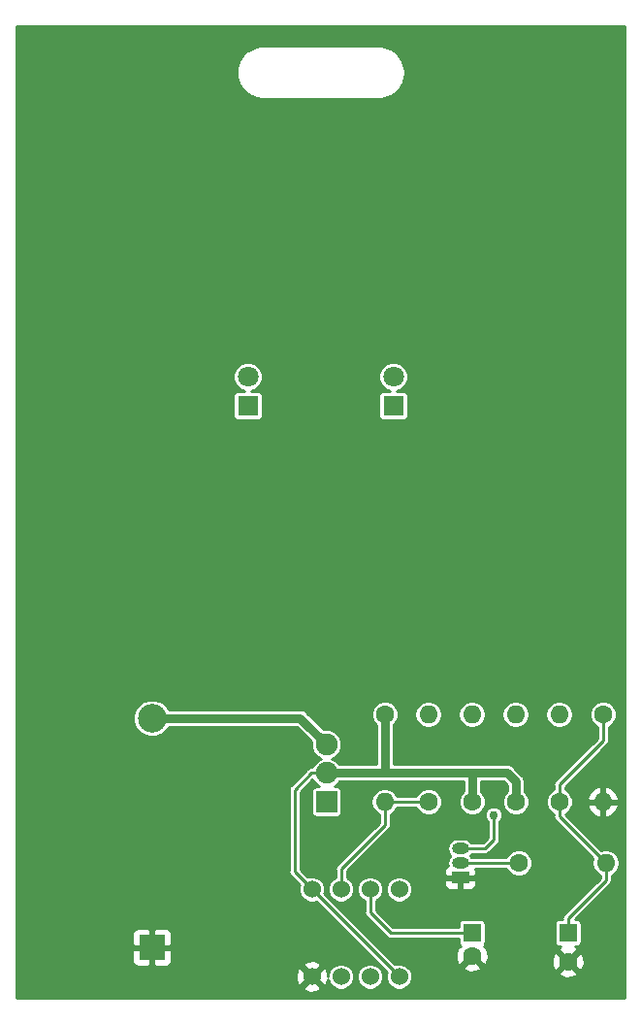
<source format=gtl>
G04 #@! TF.GenerationSoftware,KiCad,Pcbnew,(5.0.2)-1*
G04 #@! TF.CreationDate,2019-01-01T16:04:13-08:00*
G04 #@! TF.ProjectId,555_Badge,3535355f-4261-4646-9765-2e6b69636164,v01*
G04 #@! TF.SameCoordinates,Original*
G04 #@! TF.FileFunction,Copper,L1,Top*
G04 #@! TF.FilePolarity,Positive*
%FSLAX46Y46*%
G04 Gerber Fmt 4.6, Leading zero omitted, Abs format (unit mm)*
G04 Created by KiCad (PCBNEW (5.0.2)-1) date 1/1/2019 4:04:13 PM*
%MOMM*%
%LPD*%
G01*
G04 APERTURE LIST*
G04 #@! TA.AperFunction,ComponentPad*
%ADD10R,2.170000X2.170000*%
G04 #@! TD*
G04 #@! TA.AperFunction,ComponentPad*
%ADD11C,2.500000*%
G04 #@! TD*
G04 #@! TA.AperFunction,ComponentPad*
%ADD12R,1.600000X1.600000*%
G04 #@! TD*
G04 #@! TA.AperFunction,ComponentPad*
%ADD13C,1.600000*%
G04 #@! TD*
G04 #@! TA.AperFunction,ComponentPad*
%ADD14R,1.800000X1.800000*%
G04 #@! TD*
G04 #@! TA.AperFunction,ComponentPad*
%ADD15C,1.800000*%
G04 #@! TD*
G04 #@! TA.AperFunction,ComponentPad*
%ADD16O,1.500000X1.000000*%
G04 #@! TD*
G04 #@! TA.AperFunction,ComponentPad*
%ADD17R,1.500000X1.000000*%
G04 #@! TD*
G04 #@! TA.AperFunction,ComponentPad*
%ADD18O,1.600000X1.600000*%
G04 #@! TD*
G04 #@! TA.AperFunction,ComponentPad*
%ADD19R,1.900000X1.900000*%
G04 #@! TD*
G04 #@! TA.AperFunction,ComponentPad*
%ADD20C,1.900000*%
G04 #@! TD*
G04 #@! TA.AperFunction,ComponentPad*
%ADD21C,1.524000*%
G04 #@! TD*
G04 #@! TA.AperFunction,ViaPad*
%ADD22C,0.762000*%
G04 #@! TD*
G04 #@! TA.AperFunction,Conductor*
%ADD23C,0.762000*%
G04 #@! TD*
G04 #@! TA.AperFunction,Conductor*
%ADD24C,0.254000*%
G04 #@! TD*
G04 APERTURE END LIST*
D10*
G04 #@! TO.P,BAT1,Neg*
G04 #@! TO.N,GND*
X139192000Y-122174000D03*
D11*
G04 #@! TO.P,BAT1,Pos*
G04 #@! TO.N,Net-(BAT1-PadPos)*
X139192000Y-102174000D03*
G04 #@! TD*
D12*
G04 #@! TO.P,C1,1*
G04 #@! TO.N,Net-(C1-Pad1)*
X167132000Y-120904000D03*
D13*
G04 #@! TO.P,C1,2*
G04 #@! TO.N,GND*
X167132000Y-122904000D03*
G04 #@! TD*
D12*
G04 #@! TO.P,C2,1*
G04 #@! TO.N,Net-(C2-Pad1)*
X175514000Y-120904000D03*
D13*
G04 #@! TO.P,C2,2*
G04 #@! TO.N,GND*
X175514000Y-123404000D03*
G04 #@! TD*
D14*
G04 #@! TO.P,D1,1*
G04 #@! TO.N,Net-(D1-Pad1)*
X147574000Y-74930000D03*
D15*
G04 #@! TO.P,D1,2*
G04 #@! TO.N,Net-(D1-Pad2)*
X147574000Y-72390000D03*
G04 #@! TD*
G04 #@! TO.P,D2,2*
G04 #@! TO.N,Net-(D2-Pad2)*
X160274000Y-72390000D03*
D14*
G04 #@! TO.P,D2,1*
G04 #@! TO.N,Net-(D1-Pad1)*
X160274000Y-74930000D03*
G04 #@! TD*
D16*
G04 #@! TO.P,Q1,2*
G04 #@! TO.N,Net-(Q1-Pad2)*
X166116000Y-114808000D03*
G04 #@! TO.P,Q1,3*
G04 #@! TO.N,Net-(D1-Pad1)*
X166116000Y-113538000D03*
D17*
G04 #@! TO.P,Q1,1*
G04 #@! TO.N,GND*
X166116000Y-116078000D03*
G04 #@! TD*
D13*
G04 #@! TO.P,R1,1*
G04 #@! TO.N,VCC*
X159512000Y-101854000D03*
D18*
G04 #@! TO.P,R1,2*
G04 #@! TO.N,Net-(R1-Pad2)*
X159512000Y-109474000D03*
G04 #@! TD*
G04 #@! TO.P,R2,2*
G04 #@! TO.N,Net-(C1-Pad1)*
X163322000Y-101854000D03*
D13*
G04 #@! TO.P,R2,1*
G04 #@! TO.N,Net-(R1-Pad2)*
X163322000Y-109474000D03*
G04 #@! TD*
G04 #@! TO.P,R3,1*
G04 #@! TO.N,Net-(C2-Pad1)*
X174752000Y-109474000D03*
D18*
G04 #@! TO.P,R3,2*
G04 #@! TO.N,Net-(R3-Pad2)*
X174752000Y-101854000D03*
G04 #@! TD*
D13*
G04 #@! TO.P,R4,1*
G04 #@! TO.N,Net-(C2-Pad1)*
X178562000Y-101854000D03*
D18*
G04 #@! TO.P,R4,2*
G04 #@! TO.N,GND*
X178562000Y-109474000D03*
G04 #@! TD*
G04 #@! TO.P,R5,2*
G04 #@! TO.N,Net-(C2-Pad1)*
X178816000Y-114808000D03*
D13*
G04 #@! TO.P,R5,1*
G04 #@! TO.N,Net-(Q1-Pad2)*
X171196000Y-114808000D03*
G04 #@! TD*
G04 #@! TO.P,R6,1*
G04 #@! TO.N,VCC*
X167132000Y-109474000D03*
D18*
G04 #@! TO.P,R6,2*
G04 #@! TO.N,Net-(D1-Pad2)*
X167132000Y-101854000D03*
G04 #@! TD*
G04 #@! TO.P,R7,2*
G04 #@! TO.N,Net-(D2-Pad2)*
X170942000Y-101854000D03*
D13*
G04 #@! TO.P,R7,1*
G04 #@! TO.N,VCC*
X170942000Y-109474000D03*
G04 #@! TD*
D19*
G04 #@! TO.P,S1,1*
G04 #@! TO.N,Net-(S1-Pad1)*
X154432000Y-109474000D03*
D20*
G04 #@! TO.P,S1,2*
G04 #@! TO.N,VCC*
X154432000Y-106974000D03*
G04 #@! TO.P,S1,3*
G04 #@! TO.N,Net-(BAT1-PadPos)*
X154432000Y-104474000D03*
G04 #@! TD*
D21*
G04 #@! TO.P,U1,8*
G04 #@! TO.N,VCC*
X153162000Y-117094000D03*
G04 #@! TO.P,U1,7*
G04 #@! TO.N,Net-(R1-Pad2)*
X155702000Y-117094000D03*
G04 #@! TO.P,U1,6*
G04 #@! TO.N,Net-(C1-Pad1)*
X158242000Y-117094000D03*
G04 #@! TO.P,U1,5*
G04 #@! TO.N,Net-(U1-Pad5)*
X160782000Y-117094000D03*
G04 #@! TO.P,U1,4*
G04 #@! TO.N,VCC*
X160782000Y-124714000D03*
G04 #@! TO.P,U1,3*
G04 #@! TO.N,Net-(R3-Pad2)*
X158242000Y-124714000D03*
G04 #@! TO.P,U1,2*
G04 #@! TO.N,Net-(C1-Pad1)*
X155702000Y-124714000D03*
G04 #@! TO.P,U1,1*
G04 #@! TO.N,GND*
X153162000Y-124714000D03*
G04 #@! TD*
D22*
G04 #@! TO.N,Net-(D1-Pad1)*
X169037000Y-110617000D03*
G04 #@! TD*
D23*
G04 #@! TO.N,Net-(BAT1-PadPos)*
X152132000Y-102174000D02*
X154432000Y-104474000D01*
X139192000Y-102174000D02*
X152132000Y-102174000D01*
D24*
G04 #@! TO.N,Net-(C1-Pad1)*
X158242000Y-117094000D02*
X158242000Y-119126000D01*
X160020000Y-120904000D02*
X167132000Y-120904000D01*
X158242000Y-119126000D02*
X160020000Y-120904000D01*
G04 #@! TO.N,Net-(C2-Pad1)*
X174752000Y-110744000D02*
X174752000Y-109474000D01*
X178816000Y-114808000D02*
X174752000Y-110744000D01*
X178562000Y-104140000D02*
X178562000Y-101854000D01*
X174752000Y-109474000D02*
X174752000Y-107950000D01*
X174752000Y-107950000D02*
X178562000Y-104140000D01*
X178816000Y-116332000D02*
X178816000Y-114808000D01*
X175514000Y-120904000D02*
X175514000Y-119634000D01*
X175514000Y-119634000D02*
X178816000Y-116332000D01*
G04 #@! TO.N,Net-(D1-Pad1)*
X168275000Y-113538000D02*
X166116000Y-113538000D01*
X169037000Y-112776000D02*
X168275000Y-113538000D01*
X169037000Y-112776000D02*
X169037000Y-110617000D01*
X169037000Y-110617000D02*
X169037000Y-110617000D01*
G04 #@! TO.N,Net-(Q1-Pad2)*
X166116000Y-114808000D02*
X171196000Y-114808000D01*
D23*
G04 #@! TO.N,VCC*
X168442000Y-106974000D02*
X168482000Y-106934000D01*
X167132000Y-109474000D02*
X167132000Y-106974000D01*
X167132000Y-106974000D02*
X168442000Y-106974000D01*
X170942000Y-109474000D02*
X170942000Y-107696000D01*
X170220000Y-106974000D02*
X168442000Y-106974000D01*
X170942000Y-107696000D02*
X170220000Y-106974000D01*
X159512000Y-101854000D02*
X159512000Y-106974000D01*
X154432000Y-106974000D02*
X159512000Y-106974000D01*
X159512000Y-106974000D02*
X167132000Y-106974000D01*
D24*
X153088498Y-106974000D02*
X151638000Y-108424498D01*
X154432000Y-106974000D02*
X153088498Y-106974000D01*
X151638000Y-115570000D02*
X153162000Y-117094000D01*
X151638000Y-108424498D02*
X151638000Y-115570000D01*
X153162000Y-117094000D02*
X160782000Y-124714000D01*
G04 #@! TO.N,Net-(R1-Pad2)*
X155702000Y-117094000D02*
X155702000Y-115316000D01*
X159512000Y-111506000D02*
X159512000Y-109474000D01*
X155702000Y-115316000D02*
X159512000Y-111506000D01*
X159512000Y-109474000D02*
X163322000Y-109474000D01*
G04 #@! TD*
G04 #@! TO.N,GND*
G36*
X180454301Y-126606300D02*
X127393700Y-126606300D01*
X127393700Y-125694213D01*
X152361392Y-125694213D01*
X152430857Y-125936397D01*
X152954302Y-126123144D01*
X153509368Y-126095362D01*
X153893143Y-125936397D01*
X153962608Y-125694213D01*
X153162000Y-124893605D01*
X152361392Y-125694213D01*
X127393700Y-125694213D01*
X127393700Y-124506302D01*
X151752856Y-124506302D01*
X151780638Y-125061368D01*
X151939603Y-125445143D01*
X152181787Y-125514608D01*
X152982395Y-124714000D01*
X153341605Y-124714000D01*
X154142213Y-125514608D01*
X154384397Y-125445143D01*
X154561756Y-124948011D01*
X154733011Y-125361458D01*
X155054542Y-125682989D01*
X155474643Y-125857000D01*
X155929357Y-125857000D01*
X156349458Y-125682989D01*
X156670989Y-125361458D01*
X156845000Y-124941357D01*
X156845000Y-124486643D01*
X157099000Y-124486643D01*
X157099000Y-124941357D01*
X157273011Y-125361458D01*
X157594542Y-125682989D01*
X158014643Y-125857000D01*
X158469357Y-125857000D01*
X158889458Y-125682989D01*
X159210989Y-125361458D01*
X159385000Y-124941357D01*
X159385000Y-124486643D01*
X159210989Y-124066542D01*
X158889458Y-123745011D01*
X158469357Y-123571000D01*
X158014643Y-123571000D01*
X157594542Y-123745011D01*
X157273011Y-124066542D01*
X157099000Y-124486643D01*
X156845000Y-124486643D01*
X156670989Y-124066542D01*
X156349458Y-123745011D01*
X155929357Y-123571000D01*
X155474643Y-123571000D01*
X155054542Y-123745011D01*
X154733011Y-124066542D01*
X154559000Y-124486643D01*
X154559000Y-124679069D01*
X154543362Y-124366632D01*
X154384397Y-123982857D01*
X154142213Y-123913392D01*
X153341605Y-124714000D01*
X152982395Y-124714000D01*
X152181787Y-123913392D01*
X151939603Y-123982857D01*
X151752856Y-124506302D01*
X127393700Y-124506302D01*
X127393700Y-122459750D01*
X137472000Y-122459750D01*
X137472000Y-123385309D01*
X137568673Y-123618698D01*
X137747301Y-123797327D01*
X137980690Y-123894000D01*
X138906250Y-123894000D01*
X139065000Y-123735250D01*
X139065000Y-122301000D01*
X139319000Y-122301000D01*
X139319000Y-123735250D01*
X139477750Y-123894000D01*
X140403310Y-123894000D01*
X140636699Y-123797327D01*
X140700238Y-123733787D01*
X152361392Y-123733787D01*
X153162000Y-124534395D01*
X153962608Y-123733787D01*
X153893143Y-123491603D01*
X153369698Y-123304856D01*
X152814632Y-123332638D01*
X152430857Y-123491603D01*
X152361392Y-123733787D01*
X140700238Y-123733787D01*
X140815327Y-123618698D01*
X140912000Y-123385309D01*
X140912000Y-122459750D01*
X140753250Y-122301000D01*
X139319000Y-122301000D01*
X139065000Y-122301000D01*
X137630750Y-122301000D01*
X137472000Y-122459750D01*
X127393700Y-122459750D01*
X127393700Y-120962691D01*
X137472000Y-120962691D01*
X137472000Y-121888250D01*
X137630750Y-122047000D01*
X139065000Y-122047000D01*
X139065000Y-120612750D01*
X139319000Y-120612750D01*
X139319000Y-122047000D01*
X140753250Y-122047000D01*
X140912000Y-121888250D01*
X140912000Y-120962691D01*
X140815327Y-120729302D01*
X140636699Y-120550673D01*
X140403310Y-120454000D01*
X139477750Y-120454000D01*
X139319000Y-120612750D01*
X139065000Y-120612750D01*
X138906250Y-120454000D01*
X137980690Y-120454000D01*
X137747301Y-120550673D01*
X137568673Y-120729302D01*
X137472000Y-120962691D01*
X127393700Y-120962691D01*
X127393700Y-101849574D01*
X137561000Y-101849574D01*
X137561000Y-102498426D01*
X137809305Y-103097887D01*
X138268113Y-103556695D01*
X138867574Y-103805000D01*
X139516426Y-103805000D01*
X140115887Y-103556695D01*
X140574695Y-103097887D01*
X140641751Y-102936000D01*
X151816370Y-102936000D01*
X153101000Y-104220631D01*
X153101000Y-104738752D01*
X153303633Y-105227951D01*
X153678049Y-105602367D01*
X153971697Y-105724000D01*
X153678049Y-105845633D01*
X153303633Y-106220049D01*
X153201757Y-106466000D01*
X153138526Y-106466000D01*
X153088498Y-106456049D01*
X153038470Y-106466000D01*
X153038466Y-106466000D01*
X152890286Y-106495475D01*
X152764665Y-106579412D01*
X152764663Y-106579414D01*
X152722251Y-106607753D01*
X152693912Y-106650165D01*
X151314168Y-108029910D01*
X151271753Y-108058251D01*
X151243413Y-108100665D01*
X151243412Y-108100666D01*
X151220113Y-108135536D01*
X151159475Y-108226287D01*
X151130000Y-108374467D01*
X151130000Y-108374470D01*
X151120049Y-108424498D01*
X151130000Y-108474526D01*
X151130001Y-115519967D01*
X151120049Y-115570000D01*
X151159475Y-115768211D01*
X151243412Y-115893832D01*
X151243415Y-115893835D01*
X151271754Y-115936247D01*
X151314166Y-115964586D01*
X152076765Y-116727185D01*
X152019000Y-116866643D01*
X152019000Y-117321357D01*
X152193011Y-117741458D01*
X152514542Y-118062989D01*
X152934643Y-118237000D01*
X153389357Y-118237000D01*
X153528815Y-118179235D01*
X159696765Y-124347185D01*
X159639000Y-124486643D01*
X159639000Y-124941357D01*
X159813011Y-125361458D01*
X160134542Y-125682989D01*
X160554643Y-125857000D01*
X161009357Y-125857000D01*
X161429458Y-125682989D01*
X161750989Y-125361458D01*
X161925000Y-124941357D01*
X161925000Y-124486643D01*
X161893977Y-124411745D01*
X174685861Y-124411745D01*
X174759995Y-124657864D01*
X175297223Y-124850965D01*
X175867454Y-124823778D01*
X176268005Y-124657864D01*
X176342139Y-124411745D01*
X175514000Y-123583605D01*
X174685861Y-124411745D01*
X161893977Y-124411745D01*
X161750989Y-124066542D01*
X161596192Y-123911745D01*
X166303861Y-123911745D01*
X166377995Y-124157864D01*
X166915223Y-124350965D01*
X167485454Y-124323778D01*
X167886005Y-124157864D01*
X167960139Y-123911745D01*
X167132000Y-123083605D01*
X166303861Y-123911745D01*
X161596192Y-123911745D01*
X161429458Y-123745011D01*
X161009357Y-123571000D01*
X160554643Y-123571000D01*
X160415185Y-123628765D01*
X154247235Y-117460815D01*
X154305000Y-117321357D01*
X154305000Y-116866643D01*
X154559000Y-116866643D01*
X154559000Y-117321357D01*
X154733011Y-117741458D01*
X155054542Y-118062989D01*
X155474643Y-118237000D01*
X155929357Y-118237000D01*
X156349458Y-118062989D01*
X156670989Y-117741458D01*
X156845000Y-117321357D01*
X156845000Y-116866643D01*
X157099000Y-116866643D01*
X157099000Y-117321357D01*
X157273011Y-117741458D01*
X157594542Y-118062989D01*
X157734001Y-118120754D01*
X157734001Y-119075967D01*
X157724049Y-119126000D01*
X157763475Y-119324211D01*
X157847412Y-119449832D01*
X157847415Y-119449835D01*
X157875754Y-119492247D01*
X157918166Y-119520586D01*
X159625414Y-121227835D01*
X159653753Y-121270247D01*
X159696165Y-121298586D01*
X159696167Y-121298588D01*
X159821788Y-121382525D01*
X159969968Y-121412000D01*
X159969972Y-121412000D01*
X160020000Y-121421951D01*
X160070028Y-121412000D01*
X165943536Y-121412000D01*
X165943536Y-121704000D01*
X165973106Y-121852659D01*
X166031024Y-121939340D01*
X166009378Y-121960986D01*
X166124253Y-122075861D01*
X165878136Y-122149995D01*
X165685035Y-122687223D01*
X165712222Y-123257454D01*
X165878136Y-123658005D01*
X166124255Y-123732139D01*
X166952395Y-122904000D01*
X166938252Y-122889858D01*
X167117858Y-122710252D01*
X167132000Y-122724395D01*
X167146142Y-122710252D01*
X167325748Y-122889858D01*
X167311605Y-122904000D01*
X168139745Y-123732139D01*
X168385864Y-123658005D01*
X168555081Y-123187223D01*
X174067035Y-123187223D01*
X174094222Y-123757454D01*
X174260136Y-124158005D01*
X174506255Y-124232139D01*
X175334395Y-123404000D01*
X175693605Y-123404000D01*
X176521745Y-124232139D01*
X176767864Y-124158005D01*
X176960965Y-123620777D01*
X176933778Y-123050546D01*
X176767864Y-122649995D01*
X176521745Y-122575861D01*
X175693605Y-123404000D01*
X175334395Y-123404000D01*
X174506255Y-122575861D01*
X174260136Y-122649995D01*
X174067035Y-123187223D01*
X168555081Y-123187223D01*
X168578965Y-123120777D01*
X168551778Y-122550546D01*
X168385864Y-122149995D01*
X168139747Y-122075861D01*
X168254622Y-121960986D01*
X168232976Y-121939340D01*
X168290894Y-121852659D01*
X168320464Y-121704000D01*
X168320464Y-120104000D01*
X168290894Y-119955341D01*
X168206686Y-119829314D01*
X168080659Y-119745106D01*
X167932000Y-119715536D01*
X166332000Y-119715536D01*
X166183341Y-119745106D01*
X166057314Y-119829314D01*
X165973106Y-119955341D01*
X165943536Y-120104000D01*
X165943536Y-120396000D01*
X160230421Y-120396000D01*
X158750000Y-118915580D01*
X158750000Y-118120754D01*
X158889458Y-118062989D01*
X159210989Y-117741458D01*
X159385000Y-117321357D01*
X159385000Y-116866643D01*
X159639000Y-116866643D01*
X159639000Y-117321357D01*
X159813011Y-117741458D01*
X160134542Y-118062989D01*
X160554643Y-118237000D01*
X161009357Y-118237000D01*
X161429458Y-118062989D01*
X161750989Y-117741458D01*
X161925000Y-117321357D01*
X161925000Y-116866643D01*
X161750989Y-116446542D01*
X161668197Y-116363750D01*
X164731000Y-116363750D01*
X164731000Y-116704309D01*
X164827673Y-116937698D01*
X165006301Y-117116327D01*
X165239690Y-117213000D01*
X165830250Y-117213000D01*
X165989000Y-117054250D01*
X165989000Y-116205000D01*
X166243000Y-116205000D01*
X166243000Y-117054250D01*
X166401750Y-117213000D01*
X166992310Y-117213000D01*
X167225699Y-117116327D01*
X167404327Y-116937698D01*
X167501000Y-116704309D01*
X167501000Y-116363750D01*
X167342250Y-116205000D01*
X166243000Y-116205000D01*
X165989000Y-116205000D01*
X164889750Y-116205000D01*
X164731000Y-116363750D01*
X161668197Y-116363750D01*
X161429458Y-116125011D01*
X161009357Y-115951000D01*
X160554643Y-115951000D01*
X160134542Y-116125011D01*
X159813011Y-116446542D01*
X159639000Y-116866643D01*
X159385000Y-116866643D01*
X159210989Y-116446542D01*
X158889458Y-116125011D01*
X158469357Y-115951000D01*
X158014643Y-115951000D01*
X157594542Y-116125011D01*
X157273011Y-116446542D01*
X157099000Y-116866643D01*
X156845000Y-116866643D01*
X156670989Y-116446542D01*
X156349458Y-116125011D01*
X156210000Y-116067246D01*
X156210000Y-115526420D01*
X156284729Y-115451691D01*
X164731000Y-115451691D01*
X164731000Y-115792250D01*
X164889750Y-115951000D01*
X165989000Y-115951000D01*
X165989000Y-115931000D01*
X166243000Y-115931000D01*
X166243000Y-115951000D01*
X167342250Y-115951000D01*
X167501000Y-115792250D01*
X167501000Y-115451691D01*
X167444795Y-115316000D01*
X170128116Y-115316000D01*
X170194797Y-115476983D01*
X170527017Y-115809203D01*
X170961085Y-115989000D01*
X171430915Y-115989000D01*
X171864983Y-115809203D01*
X172197203Y-115476983D01*
X172377000Y-115042915D01*
X172377000Y-114573085D01*
X172197203Y-114139017D01*
X171864983Y-113806797D01*
X171430915Y-113627000D01*
X170961085Y-113627000D01*
X170527017Y-113806797D01*
X170194797Y-114139017D01*
X170128116Y-114300000D01*
X167086134Y-114300000D01*
X167001275Y-114173000D01*
X167086134Y-114046000D01*
X168224972Y-114046000D01*
X168275000Y-114055951D01*
X168325028Y-114046000D01*
X168325032Y-114046000D01*
X168473212Y-114016525D01*
X168641247Y-113904247D01*
X168669588Y-113861832D01*
X169360835Y-113170585D01*
X169403247Y-113142247D01*
X169431586Y-113099835D01*
X169431588Y-113099833D01*
X169515525Y-112974212D01*
X169515525Y-112974211D01*
X169545000Y-112826032D01*
X169545000Y-112826028D01*
X169554951Y-112776000D01*
X169545000Y-112725972D01*
X169545000Y-111186630D01*
X169682992Y-111048638D01*
X169799000Y-110768571D01*
X169799000Y-110465429D01*
X169682992Y-110185362D01*
X169468638Y-109971008D01*
X169188571Y-109855000D01*
X168885429Y-109855000D01*
X168605362Y-109971008D01*
X168391008Y-110185362D01*
X168275000Y-110465429D01*
X168275000Y-110768571D01*
X168391008Y-111048638D01*
X168529001Y-111186631D01*
X168529000Y-112565579D01*
X168064580Y-113030000D01*
X167086134Y-113030000D01*
X167001165Y-112902835D01*
X166709749Y-112708117D01*
X166452767Y-112657000D01*
X165779233Y-112657000D01*
X165522251Y-112708117D01*
X165230835Y-112902835D01*
X165036117Y-113194251D01*
X164967741Y-113538000D01*
X165036117Y-113881749D01*
X165230725Y-114173000D01*
X165036117Y-114464251D01*
X164967741Y-114808000D01*
X165013251Y-115036794D01*
X165006301Y-115039673D01*
X164827673Y-115218302D01*
X164731000Y-115451691D01*
X156284729Y-115451691D01*
X159835836Y-111900585D01*
X159878247Y-111872247D01*
X159906586Y-111829835D01*
X159906588Y-111829833D01*
X159950098Y-111764714D01*
X159990525Y-111704212D01*
X160020000Y-111556032D01*
X160020000Y-111556028D01*
X160029951Y-111506000D01*
X160020000Y-111455972D01*
X160020000Y-110554942D01*
X160363453Y-110325453D01*
X160592942Y-109982000D01*
X162254116Y-109982000D01*
X162320797Y-110142983D01*
X162653017Y-110475203D01*
X163087085Y-110655000D01*
X163556915Y-110655000D01*
X163990983Y-110475203D01*
X164323203Y-110142983D01*
X164503000Y-109708915D01*
X164503000Y-109239085D01*
X164323203Y-108805017D01*
X163990983Y-108472797D01*
X163556915Y-108293000D01*
X163087085Y-108293000D01*
X162653017Y-108472797D01*
X162320797Y-108805017D01*
X162254116Y-108966000D01*
X160592942Y-108966000D01*
X160363453Y-108622547D01*
X159972803Y-108361522D01*
X159628318Y-108293000D01*
X159395682Y-108293000D01*
X159051197Y-108361522D01*
X158660547Y-108622547D01*
X158399522Y-109013197D01*
X158307863Y-109474000D01*
X158399522Y-109934803D01*
X158660547Y-110325453D01*
X159004000Y-110554942D01*
X159004000Y-111295579D01*
X155378166Y-114921414D01*
X155335754Y-114949753D01*
X155307415Y-114992165D01*
X155307412Y-114992168D01*
X155223475Y-115117789D01*
X155184049Y-115316000D01*
X155194001Y-115366033D01*
X155194001Y-116067246D01*
X155054542Y-116125011D01*
X154733011Y-116446542D01*
X154559000Y-116866643D01*
X154305000Y-116866643D01*
X154130989Y-116446542D01*
X153809458Y-116125011D01*
X153389357Y-115951000D01*
X152934643Y-115951000D01*
X152795185Y-116008765D01*
X152146000Y-115359580D01*
X152146000Y-108634918D01*
X153230215Y-107550704D01*
X153303633Y-107727951D01*
X153678049Y-108102367D01*
X153758126Y-108135536D01*
X153482000Y-108135536D01*
X153333341Y-108165106D01*
X153207314Y-108249314D01*
X153123106Y-108375341D01*
X153093536Y-108524000D01*
X153093536Y-110424000D01*
X153123106Y-110572659D01*
X153207314Y-110698686D01*
X153333341Y-110782894D01*
X153482000Y-110812464D01*
X155382000Y-110812464D01*
X155530659Y-110782894D01*
X155656686Y-110698686D01*
X155740894Y-110572659D01*
X155770464Y-110424000D01*
X155770464Y-108524000D01*
X155740894Y-108375341D01*
X155656686Y-108249314D01*
X155530659Y-108165106D01*
X155382000Y-108135536D01*
X155105874Y-108135536D01*
X155185951Y-108102367D01*
X155552318Y-107736000D01*
X159436952Y-107736000D01*
X159512000Y-107750928D01*
X159587048Y-107736000D01*
X166370001Y-107736000D01*
X166370000Y-108565814D01*
X166130797Y-108805017D01*
X165951000Y-109239085D01*
X165951000Y-109708915D01*
X166130797Y-110142983D01*
X166463017Y-110475203D01*
X166897085Y-110655000D01*
X167366915Y-110655000D01*
X167800983Y-110475203D01*
X168133203Y-110142983D01*
X168313000Y-109708915D01*
X168313000Y-109239085D01*
X168133203Y-108805017D01*
X167894000Y-108565814D01*
X167894000Y-107736000D01*
X168366957Y-107736000D01*
X168442000Y-107750927D01*
X168517043Y-107736000D01*
X169904370Y-107736000D01*
X170180001Y-108011631D01*
X170180001Y-108565813D01*
X169940797Y-108805017D01*
X169761000Y-109239085D01*
X169761000Y-109708915D01*
X169940797Y-110142983D01*
X170273017Y-110475203D01*
X170707085Y-110655000D01*
X171176915Y-110655000D01*
X171610983Y-110475203D01*
X171943203Y-110142983D01*
X172123000Y-109708915D01*
X172123000Y-109239085D01*
X173571000Y-109239085D01*
X173571000Y-109708915D01*
X173750797Y-110142983D01*
X174083017Y-110475203D01*
X174244000Y-110541884D01*
X174244000Y-110693972D01*
X174234049Y-110744000D01*
X174244000Y-110794028D01*
X174244000Y-110794031D01*
X174258297Y-110865904D01*
X174273475Y-110942211D01*
X174330447Y-111027475D01*
X174385753Y-111110247D01*
X174428168Y-111138588D01*
X177692448Y-114402869D01*
X177611863Y-114808000D01*
X177703522Y-115268803D01*
X177964547Y-115659453D01*
X178308000Y-115888942D01*
X178308000Y-116121579D01*
X175190166Y-119239414D01*
X175147754Y-119267753D01*
X175119415Y-119310165D01*
X175119412Y-119310168D01*
X175035475Y-119435789D01*
X174996049Y-119634000D01*
X175006001Y-119684033D01*
X175006001Y-119715536D01*
X174714000Y-119715536D01*
X174565341Y-119745106D01*
X174439314Y-119829314D01*
X174355106Y-119955341D01*
X174325536Y-120104000D01*
X174325536Y-121704000D01*
X174355106Y-121852659D01*
X174439314Y-121978686D01*
X174565341Y-122062894D01*
X174714000Y-122092464D01*
X174899227Y-122092464D01*
X174759995Y-122150136D01*
X174685861Y-122396255D01*
X175514000Y-123224395D01*
X176342139Y-122396255D01*
X176268005Y-122150136D01*
X176107555Y-122092464D01*
X176314000Y-122092464D01*
X176462659Y-122062894D01*
X176588686Y-121978686D01*
X176672894Y-121852659D01*
X176702464Y-121704000D01*
X176702464Y-120104000D01*
X176672894Y-119955341D01*
X176588686Y-119829314D01*
X176462659Y-119745106D01*
X176314000Y-119715536D01*
X176150884Y-119715536D01*
X179139836Y-116726585D01*
X179182247Y-116698247D01*
X179210586Y-116655835D01*
X179210588Y-116655833D01*
X179294525Y-116530212D01*
X179311168Y-116446542D01*
X179324000Y-116382032D01*
X179324000Y-116382029D01*
X179333951Y-116332001D01*
X179324000Y-116281973D01*
X179324000Y-115888942D01*
X179667453Y-115659453D01*
X179928478Y-115268803D01*
X180020137Y-114808000D01*
X179928478Y-114347197D01*
X179667453Y-113956547D01*
X179276803Y-113695522D01*
X178932318Y-113627000D01*
X178699682Y-113627000D01*
X178410869Y-113684448D01*
X175265872Y-110539452D01*
X175420983Y-110475203D01*
X175753203Y-110142983D01*
X175885727Y-109823041D01*
X177170086Y-109823041D01*
X177409611Y-110329134D01*
X177824577Y-110705041D01*
X178212961Y-110865904D01*
X178435000Y-110743915D01*
X178435000Y-109601000D01*
X178689000Y-109601000D01*
X178689000Y-110743915D01*
X178911039Y-110865904D01*
X179299423Y-110705041D01*
X179714389Y-110329134D01*
X179953914Y-109823041D01*
X179832629Y-109601000D01*
X178689000Y-109601000D01*
X178435000Y-109601000D01*
X177291371Y-109601000D01*
X177170086Y-109823041D01*
X175885727Y-109823041D01*
X175933000Y-109708915D01*
X175933000Y-109239085D01*
X175885728Y-109124959D01*
X177170086Y-109124959D01*
X177291371Y-109347000D01*
X178435000Y-109347000D01*
X178435000Y-108204085D01*
X178689000Y-108204085D01*
X178689000Y-109347000D01*
X179832629Y-109347000D01*
X179953914Y-109124959D01*
X179714389Y-108618866D01*
X179299423Y-108242959D01*
X178911039Y-108082096D01*
X178689000Y-108204085D01*
X178435000Y-108204085D01*
X178212961Y-108082096D01*
X177824577Y-108242959D01*
X177409611Y-108618866D01*
X177170086Y-109124959D01*
X175885728Y-109124959D01*
X175753203Y-108805017D01*
X175420983Y-108472797D01*
X175260000Y-108406116D01*
X175260000Y-108160420D01*
X178885836Y-104534585D01*
X178928247Y-104506247D01*
X178956586Y-104463835D01*
X178956588Y-104463833D01*
X179000098Y-104398714D01*
X179040525Y-104338212D01*
X179070000Y-104190032D01*
X179070000Y-104190028D01*
X179079951Y-104140000D01*
X179070000Y-104089972D01*
X179070000Y-102921884D01*
X179230983Y-102855203D01*
X179563203Y-102522983D01*
X179743000Y-102088915D01*
X179743000Y-101619085D01*
X179563203Y-101185017D01*
X179230983Y-100852797D01*
X178796915Y-100673000D01*
X178327085Y-100673000D01*
X177893017Y-100852797D01*
X177560797Y-101185017D01*
X177381000Y-101619085D01*
X177381000Y-102088915D01*
X177560797Y-102522983D01*
X177893017Y-102855203D01*
X178054001Y-102921885D01*
X178054000Y-103929579D01*
X174428166Y-107555414D01*
X174385754Y-107583753D01*
X174357415Y-107626165D01*
X174357412Y-107626168D01*
X174273475Y-107751789D01*
X174234049Y-107950000D01*
X174244001Y-108000033D01*
X174244001Y-108406115D01*
X174083017Y-108472797D01*
X173750797Y-108805017D01*
X173571000Y-109239085D01*
X172123000Y-109239085D01*
X171943203Y-108805017D01*
X171704000Y-108565814D01*
X171704000Y-107771042D01*
X171718927Y-107695999D01*
X171704000Y-107620956D01*
X171704000Y-107620952D01*
X171659788Y-107398683D01*
X171620743Y-107340247D01*
X171533882Y-107210251D01*
X171491371Y-107146629D01*
X171427749Y-107104118D01*
X170811883Y-106488253D01*
X170769371Y-106424629D01*
X170517317Y-106256212D01*
X170295048Y-106212000D01*
X170295043Y-106212000D01*
X170220000Y-106197073D01*
X170144957Y-106212000D01*
X168758138Y-106212000D01*
X168482000Y-106157072D01*
X168205863Y-106212000D01*
X167207048Y-106212000D01*
X167132000Y-106197072D01*
X167056952Y-106212000D01*
X160274000Y-106212000D01*
X160274000Y-102762186D01*
X160513203Y-102522983D01*
X160693000Y-102088915D01*
X160693000Y-101854000D01*
X162117863Y-101854000D01*
X162209522Y-102314803D01*
X162470547Y-102705453D01*
X162861197Y-102966478D01*
X163205682Y-103035000D01*
X163438318Y-103035000D01*
X163782803Y-102966478D01*
X164173453Y-102705453D01*
X164434478Y-102314803D01*
X164526137Y-101854000D01*
X165927863Y-101854000D01*
X166019522Y-102314803D01*
X166280547Y-102705453D01*
X166671197Y-102966478D01*
X167015682Y-103035000D01*
X167248318Y-103035000D01*
X167592803Y-102966478D01*
X167983453Y-102705453D01*
X168244478Y-102314803D01*
X168336137Y-101854000D01*
X169737863Y-101854000D01*
X169829522Y-102314803D01*
X170090547Y-102705453D01*
X170481197Y-102966478D01*
X170825682Y-103035000D01*
X171058318Y-103035000D01*
X171402803Y-102966478D01*
X171793453Y-102705453D01*
X172054478Y-102314803D01*
X172146137Y-101854000D01*
X173547863Y-101854000D01*
X173639522Y-102314803D01*
X173900547Y-102705453D01*
X174291197Y-102966478D01*
X174635682Y-103035000D01*
X174868318Y-103035000D01*
X175212803Y-102966478D01*
X175603453Y-102705453D01*
X175864478Y-102314803D01*
X175956137Y-101854000D01*
X175864478Y-101393197D01*
X175603453Y-101002547D01*
X175212803Y-100741522D01*
X174868318Y-100673000D01*
X174635682Y-100673000D01*
X174291197Y-100741522D01*
X173900547Y-101002547D01*
X173639522Y-101393197D01*
X173547863Y-101854000D01*
X172146137Y-101854000D01*
X172054478Y-101393197D01*
X171793453Y-101002547D01*
X171402803Y-100741522D01*
X171058318Y-100673000D01*
X170825682Y-100673000D01*
X170481197Y-100741522D01*
X170090547Y-101002547D01*
X169829522Y-101393197D01*
X169737863Y-101854000D01*
X168336137Y-101854000D01*
X168244478Y-101393197D01*
X167983453Y-101002547D01*
X167592803Y-100741522D01*
X167248318Y-100673000D01*
X167015682Y-100673000D01*
X166671197Y-100741522D01*
X166280547Y-101002547D01*
X166019522Y-101393197D01*
X165927863Y-101854000D01*
X164526137Y-101854000D01*
X164434478Y-101393197D01*
X164173453Y-101002547D01*
X163782803Y-100741522D01*
X163438318Y-100673000D01*
X163205682Y-100673000D01*
X162861197Y-100741522D01*
X162470547Y-101002547D01*
X162209522Y-101393197D01*
X162117863Y-101854000D01*
X160693000Y-101854000D01*
X160693000Y-101619085D01*
X160513203Y-101185017D01*
X160180983Y-100852797D01*
X159746915Y-100673000D01*
X159277085Y-100673000D01*
X158843017Y-100852797D01*
X158510797Y-101185017D01*
X158331000Y-101619085D01*
X158331000Y-102088915D01*
X158510797Y-102522983D01*
X158750000Y-102762186D01*
X158750001Y-106212000D01*
X155552318Y-106212000D01*
X155185951Y-105845633D01*
X154892303Y-105724000D01*
X155185951Y-105602367D01*
X155560367Y-105227951D01*
X155763000Y-104738752D01*
X155763000Y-104209248D01*
X155560367Y-103720049D01*
X155185951Y-103345633D01*
X154696752Y-103143000D01*
X154178631Y-103143000D01*
X152723883Y-101688253D01*
X152681371Y-101624629D01*
X152429317Y-101456212D01*
X152207048Y-101412000D01*
X152207043Y-101412000D01*
X152132000Y-101397073D01*
X152056957Y-101412000D01*
X140641751Y-101412000D01*
X140574695Y-101250113D01*
X140115887Y-100791305D01*
X139516426Y-100543000D01*
X138867574Y-100543000D01*
X138268113Y-100791305D01*
X137809305Y-101250113D01*
X137561000Y-101849574D01*
X127393700Y-101849574D01*
X127393700Y-74030000D01*
X146285536Y-74030000D01*
X146285536Y-75830000D01*
X146315106Y-75978659D01*
X146399314Y-76104686D01*
X146525341Y-76188894D01*
X146674000Y-76218464D01*
X148474000Y-76218464D01*
X148622659Y-76188894D01*
X148748686Y-76104686D01*
X148832894Y-75978659D01*
X148862464Y-75830000D01*
X148862464Y-74030000D01*
X158985536Y-74030000D01*
X158985536Y-75830000D01*
X159015106Y-75978659D01*
X159099314Y-76104686D01*
X159225341Y-76188894D01*
X159374000Y-76218464D01*
X161174000Y-76218464D01*
X161322659Y-76188894D01*
X161448686Y-76104686D01*
X161532894Y-75978659D01*
X161562464Y-75830000D01*
X161562464Y-74030000D01*
X161532894Y-73881341D01*
X161448686Y-73755314D01*
X161322659Y-73671106D01*
X161174000Y-73641536D01*
X160599939Y-73641536D01*
X160999628Y-73475979D01*
X161359979Y-73115628D01*
X161555000Y-72644807D01*
X161555000Y-72135193D01*
X161359979Y-71664372D01*
X160999628Y-71304021D01*
X160528807Y-71109000D01*
X160019193Y-71109000D01*
X159548372Y-71304021D01*
X159188021Y-71664372D01*
X158993000Y-72135193D01*
X158993000Y-72644807D01*
X159188021Y-73115628D01*
X159548372Y-73475979D01*
X159948061Y-73641536D01*
X159374000Y-73641536D01*
X159225341Y-73671106D01*
X159099314Y-73755314D01*
X159015106Y-73881341D01*
X158985536Y-74030000D01*
X148862464Y-74030000D01*
X148832894Y-73881341D01*
X148748686Y-73755314D01*
X148622659Y-73671106D01*
X148474000Y-73641536D01*
X147899939Y-73641536D01*
X148299628Y-73475979D01*
X148659979Y-73115628D01*
X148855000Y-72644807D01*
X148855000Y-72135193D01*
X148659979Y-71664372D01*
X148299628Y-71304021D01*
X147828807Y-71109000D01*
X147319193Y-71109000D01*
X146848372Y-71304021D01*
X146488021Y-71664372D01*
X146293000Y-72135193D01*
X146293000Y-72644807D01*
X146488021Y-73115628D01*
X146848372Y-73475979D01*
X147248061Y-73641536D01*
X146674000Y-73641536D01*
X146525341Y-73671106D01*
X146399314Y-73755314D01*
X146315106Y-73881341D01*
X146285536Y-74030000D01*
X127393700Y-74030000D01*
X127393700Y-45586057D01*
X146562932Y-45586057D01*
X146562932Y-45590867D01*
X146566232Y-46130982D01*
X146574124Y-46183790D01*
X146581381Y-46236765D01*
X146582732Y-46241382D01*
X146737491Y-46758861D01*
X146759897Y-46807351D01*
X146781721Y-46856140D01*
X146784312Y-46860192D01*
X147078091Y-47313436D01*
X147113177Y-47353656D01*
X147147846Y-47394392D01*
X147151471Y-47397553D01*
X147560650Y-47750125D01*
X147605621Y-47778884D01*
X147650323Y-47808249D01*
X147654690Y-47810266D01*
X148146378Y-48033823D01*
X148197638Y-48048812D01*
X148248760Y-48064442D01*
X148253517Y-48065153D01*
X148777647Y-48140215D01*
X148805224Y-48145700D01*
X159042776Y-48145700D01*
X159063478Y-48141582D01*
X159083086Y-48141582D01*
X159087843Y-48140871D01*
X159621537Y-48057774D01*
X159672590Y-48042165D01*
X159723920Y-48027155D01*
X159728287Y-48025137D01*
X160217207Y-47795589D01*
X160261822Y-47766282D01*
X160306880Y-47737467D01*
X160310504Y-47734304D01*
X160715346Y-47376760D01*
X160749939Y-47336112D01*
X160785102Y-47295805D01*
X160787693Y-47291753D01*
X161075912Y-46834954D01*
X161097721Y-46786200D01*
X161120143Y-46737675D01*
X161121492Y-46733058D01*
X161269918Y-46213726D01*
X161277165Y-46160820D01*
X161285068Y-46107943D01*
X161285068Y-46103133D01*
X161281768Y-45563018D01*
X161273876Y-45510210D01*
X161266619Y-45457235D01*
X161265268Y-45452618D01*
X161110509Y-44935139D01*
X161088128Y-44886703D01*
X161066280Y-44837860D01*
X161063688Y-44833808D01*
X160769910Y-44380564D01*
X160734783Y-44340297D01*
X160700154Y-44299608D01*
X160696529Y-44296446D01*
X160287349Y-43943875D01*
X160242371Y-43915110D01*
X160197677Y-43885751D01*
X160193310Y-43883734D01*
X159701622Y-43660177D01*
X159650362Y-43645188D01*
X159599240Y-43629558D01*
X159594483Y-43628847D01*
X159070353Y-43553785D01*
X159042776Y-43548300D01*
X148805224Y-43548300D01*
X148784522Y-43552418D01*
X148764914Y-43552418D01*
X148760157Y-43553129D01*
X148226462Y-43636226D01*
X148175387Y-43651842D01*
X148124080Y-43666845D01*
X148119713Y-43668863D01*
X147630793Y-43898411D01*
X147586148Y-43927737D01*
X147541120Y-43956534D01*
X147537495Y-43959696D01*
X147132654Y-44317241D01*
X147098038Y-44357914D01*
X147062899Y-44398195D01*
X147060307Y-44402247D01*
X146772088Y-44859045D01*
X146750272Y-44907815D01*
X146727857Y-44956325D01*
X146726508Y-44960942D01*
X146578082Y-45480274D01*
X146570836Y-45533174D01*
X146562932Y-45586057D01*
X127393700Y-45586057D01*
X127393700Y-41795700D01*
X180454300Y-41795700D01*
X180454301Y-126606300D01*
X180454301Y-126606300D01*
G37*
X180454301Y-126606300D02*
X127393700Y-126606300D01*
X127393700Y-125694213D01*
X152361392Y-125694213D01*
X152430857Y-125936397D01*
X152954302Y-126123144D01*
X153509368Y-126095362D01*
X153893143Y-125936397D01*
X153962608Y-125694213D01*
X153162000Y-124893605D01*
X152361392Y-125694213D01*
X127393700Y-125694213D01*
X127393700Y-124506302D01*
X151752856Y-124506302D01*
X151780638Y-125061368D01*
X151939603Y-125445143D01*
X152181787Y-125514608D01*
X152982395Y-124714000D01*
X153341605Y-124714000D01*
X154142213Y-125514608D01*
X154384397Y-125445143D01*
X154561756Y-124948011D01*
X154733011Y-125361458D01*
X155054542Y-125682989D01*
X155474643Y-125857000D01*
X155929357Y-125857000D01*
X156349458Y-125682989D01*
X156670989Y-125361458D01*
X156845000Y-124941357D01*
X156845000Y-124486643D01*
X157099000Y-124486643D01*
X157099000Y-124941357D01*
X157273011Y-125361458D01*
X157594542Y-125682989D01*
X158014643Y-125857000D01*
X158469357Y-125857000D01*
X158889458Y-125682989D01*
X159210989Y-125361458D01*
X159385000Y-124941357D01*
X159385000Y-124486643D01*
X159210989Y-124066542D01*
X158889458Y-123745011D01*
X158469357Y-123571000D01*
X158014643Y-123571000D01*
X157594542Y-123745011D01*
X157273011Y-124066542D01*
X157099000Y-124486643D01*
X156845000Y-124486643D01*
X156670989Y-124066542D01*
X156349458Y-123745011D01*
X155929357Y-123571000D01*
X155474643Y-123571000D01*
X155054542Y-123745011D01*
X154733011Y-124066542D01*
X154559000Y-124486643D01*
X154559000Y-124679069D01*
X154543362Y-124366632D01*
X154384397Y-123982857D01*
X154142213Y-123913392D01*
X153341605Y-124714000D01*
X152982395Y-124714000D01*
X152181787Y-123913392D01*
X151939603Y-123982857D01*
X151752856Y-124506302D01*
X127393700Y-124506302D01*
X127393700Y-122459750D01*
X137472000Y-122459750D01*
X137472000Y-123385309D01*
X137568673Y-123618698D01*
X137747301Y-123797327D01*
X137980690Y-123894000D01*
X138906250Y-123894000D01*
X139065000Y-123735250D01*
X139065000Y-122301000D01*
X139319000Y-122301000D01*
X139319000Y-123735250D01*
X139477750Y-123894000D01*
X140403310Y-123894000D01*
X140636699Y-123797327D01*
X140700238Y-123733787D01*
X152361392Y-123733787D01*
X153162000Y-124534395D01*
X153962608Y-123733787D01*
X153893143Y-123491603D01*
X153369698Y-123304856D01*
X152814632Y-123332638D01*
X152430857Y-123491603D01*
X152361392Y-123733787D01*
X140700238Y-123733787D01*
X140815327Y-123618698D01*
X140912000Y-123385309D01*
X140912000Y-122459750D01*
X140753250Y-122301000D01*
X139319000Y-122301000D01*
X139065000Y-122301000D01*
X137630750Y-122301000D01*
X137472000Y-122459750D01*
X127393700Y-122459750D01*
X127393700Y-120962691D01*
X137472000Y-120962691D01*
X137472000Y-121888250D01*
X137630750Y-122047000D01*
X139065000Y-122047000D01*
X139065000Y-120612750D01*
X139319000Y-120612750D01*
X139319000Y-122047000D01*
X140753250Y-122047000D01*
X140912000Y-121888250D01*
X140912000Y-120962691D01*
X140815327Y-120729302D01*
X140636699Y-120550673D01*
X140403310Y-120454000D01*
X139477750Y-120454000D01*
X139319000Y-120612750D01*
X139065000Y-120612750D01*
X138906250Y-120454000D01*
X137980690Y-120454000D01*
X137747301Y-120550673D01*
X137568673Y-120729302D01*
X137472000Y-120962691D01*
X127393700Y-120962691D01*
X127393700Y-101849574D01*
X137561000Y-101849574D01*
X137561000Y-102498426D01*
X137809305Y-103097887D01*
X138268113Y-103556695D01*
X138867574Y-103805000D01*
X139516426Y-103805000D01*
X140115887Y-103556695D01*
X140574695Y-103097887D01*
X140641751Y-102936000D01*
X151816370Y-102936000D01*
X153101000Y-104220631D01*
X153101000Y-104738752D01*
X153303633Y-105227951D01*
X153678049Y-105602367D01*
X153971697Y-105724000D01*
X153678049Y-105845633D01*
X153303633Y-106220049D01*
X153201757Y-106466000D01*
X153138526Y-106466000D01*
X153088498Y-106456049D01*
X153038470Y-106466000D01*
X153038466Y-106466000D01*
X152890286Y-106495475D01*
X152764665Y-106579412D01*
X152764663Y-106579414D01*
X152722251Y-106607753D01*
X152693912Y-106650165D01*
X151314168Y-108029910D01*
X151271753Y-108058251D01*
X151243413Y-108100665D01*
X151243412Y-108100666D01*
X151220113Y-108135536D01*
X151159475Y-108226287D01*
X151130000Y-108374467D01*
X151130000Y-108374470D01*
X151120049Y-108424498D01*
X151130000Y-108474526D01*
X151130001Y-115519967D01*
X151120049Y-115570000D01*
X151159475Y-115768211D01*
X151243412Y-115893832D01*
X151243415Y-115893835D01*
X151271754Y-115936247D01*
X151314166Y-115964586D01*
X152076765Y-116727185D01*
X152019000Y-116866643D01*
X152019000Y-117321357D01*
X152193011Y-117741458D01*
X152514542Y-118062989D01*
X152934643Y-118237000D01*
X153389357Y-118237000D01*
X153528815Y-118179235D01*
X159696765Y-124347185D01*
X159639000Y-124486643D01*
X159639000Y-124941357D01*
X159813011Y-125361458D01*
X160134542Y-125682989D01*
X160554643Y-125857000D01*
X161009357Y-125857000D01*
X161429458Y-125682989D01*
X161750989Y-125361458D01*
X161925000Y-124941357D01*
X161925000Y-124486643D01*
X161893977Y-124411745D01*
X174685861Y-124411745D01*
X174759995Y-124657864D01*
X175297223Y-124850965D01*
X175867454Y-124823778D01*
X176268005Y-124657864D01*
X176342139Y-124411745D01*
X175514000Y-123583605D01*
X174685861Y-124411745D01*
X161893977Y-124411745D01*
X161750989Y-124066542D01*
X161596192Y-123911745D01*
X166303861Y-123911745D01*
X166377995Y-124157864D01*
X166915223Y-124350965D01*
X167485454Y-124323778D01*
X167886005Y-124157864D01*
X167960139Y-123911745D01*
X167132000Y-123083605D01*
X166303861Y-123911745D01*
X161596192Y-123911745D01*
X161429458Y-123745011D01*
X161009357Y-123571000D01*
X160554643Y-123571000D01*
X160415185Y-123628765D01*
X154247235Y-117460815D01*
X154305000Y-117321357D01*
X154305000Y-116866643D01*
X154559000Y-116866643D01*
X154559000Y-117321357D01*
X154733011Y-117741458D01*
X155054542Y-118062989D01*
X155474643Y-118237000D01*
X155929357Y-118237000D01*
X156349458Y-118062989D01*
X156670989Y-117741458D01*
X156845000Y-117321357D01*
X156845000Y-116866643D01*
X157099000Y-116866643D01*
X157099000Y-117321357D01*
X157273011Y-117741458D01*
X157594542Y-118062989D01*
X157734001Y-118120754D01*
X157734001Y-119075967D01*
X157724049Y-119126000D01*
X157763475Y-119324211D01*
X157847412Y-119449832D01*
X157847415Y-119449835D01*
X157875754Y-119492247D01*
X157918166Y-119520586D01*
X159625414Y-121227835D01*
X159653753Y-121270247D01*
X159696165Y-121298586D01*
X159696167Y-121298588D01*
X159821788Y-121382525D01*
X159969968Y-121412000D01*
X159969972Y-121412000D01*
X160020000Y-121421951D01*
X160070028Y-121412000D01*
X165943536Y-121412000D01*
X165943536Y-121704000D01*
X165973106Y-121852659D01*
X166031024Y-121939340D01*
X166009378Y-121960986D01*
X166124253Y-122075861D01*
X165878136Y-122149995D01*
X165685035Y-122687223D01*
X165712222Y-123257454D01*
X165878136Y-123658005D01*
X166124255Y-123732139D01*
X166952395Y-122904000D01*
X166938252Y-122889858D01*
X167117858Y-122710252D01*
X167132000Y-122724395D01*
X167146142Y-122710252D01*
X167325748Y-122889858D01*
X167311605Y-122904000D01*
X168139745Y-123732139D01*
X168385864Y-123658005D01*
X168555081Y-123187223D01*
X174067035Y-123187223D01*
X174094222Y-123757454D01*
X174260136Y-124158005D01*
X174506255Y-124232139D01*
X175334395Y-123404000D01*
X175693605Y-123404000D01*
X176521745Y-124232139D01*
X176767864Y-124158005D01*
X176960965Y-123620777D01*
X176933778Y-123050546D01*
X176767864Y-122649995D01*
X176521745Y-122575861D01*
X175693605Y-123404000D01*
X175334395Y-123404000D01*
X174506255Y-122575861D01*
X174260136Y-122649995D01*
X174067035Y-123187223D01*
X168555081Y-123187223D01*
X168578965Y-123120777D01*
X168551778Y-122550546D01*
X168385864Y-122149995D01*
X168139747Y-122075861D01*
X168254622Y-121960986D01*
X168232976Y-121939340D01*
X168290894Y-121852659D01*
X168320464Y-121704000D01*
X168320464Y-120104000D01*
X168290894Y-119955341D01*
X168206686Y-119829314D01*
X168080659Y-119745106D01*
X167932000Y-119715536D01*
X166332000Y-119715536D01*
X166183341Y-119745106D01*
X166057314Y-119829314D01*
X165973106Y-119955341D01*
X165943536Y-120104000D01*
X165943536Y-120396000D01*
X160230421Y-120396000D01*
X158750000Y-118915580D01*
X158750000Y-118120754D01*
X158889458Y-118062989D01*
X159210989Y-117741458D01*
X159385000Y-117321357D01*
X159385000Y-116866643D01*
X159639000Y-116866643D01*
X159639000Y-117321357D01*
X159813011Y-117741458D01*
X160134542Y-118062989D01*
X160554643Y-118237000D01*
X161009357Y-118237000D01*
X161429458Y-118062989D01*
X161750989Y-117741458D01*
X161925000Y-117321357D01*
X161925000Y-116866643D01*
X161750989Y-116446542D01*
X161668197Y-116363750D01*
X164731000Y-116363750D01*
X164731000Y-116704309D01*
X164827673Y-116937698D01*
X165006301Y-117116327D01*
X165239690Y-117213000D01*
X165830250Y-117213000D01*
X165989000Y-117054250D01*
X165989000Y-116205000D01*
X166243000Y-116205000D01*
X166243000Y-117054250D01*
X166401750Y-117213000D01*
X166992310Y-117213000D01*
X167225699Y-117116327D01*
X167404327Y-116937698D01*
X167501000Y-116704309D01*
X167501000Y-116363750D01*
X167342250Y-116205000D01*
X166243000Y-116205000D01*
X165989000Y-116205000D01*
X164889750Y-116205000D01*
X164731000Y-116363750D01*
X161668197Y-116363750D01*
X161429458Y-116125011D01*
X161009357Y-115951000D01*
X160554643Y-115951000D01*
X160134542Y-116125011D01*
X159813011Y-116446542D01*
X159639000Y-116866643D01*
X159385000Y-116866643D01*
X159210989Y-116446542D01*
X158889458Y-116125011D01*
X158469357Y-115951000D01*
X158014643Y-115951000D01*
X157594542Y-116125011D01*
X157273011Y-116446542D01*
X157099000Y-116866643D01*
X156845000Y-116866643D01*
X156670989Y-116446542D01*
X156349458Y-116125011D01*
X156210000Y-116067246D01*
X156210000Y-115526420D01*
X156284729Y-115451691D01*
X164731000Y-115451691D01*
X164731000Y-115792250D01*
X164889750Y-115951000D01*
X165989000Y-115951000D01*
X165989000Y-115931000D01*
X166243000Y-115931000D01*
X166243000Y-115951000D01*
X167342250Y-115951000D01*
X167501000Y-115792250D01*
X167501000Y-115451691D01*
X167444795Y-115316000D01*
X170128116Y-115316000D01*
X170194797Y-115476983D01*
X170527017Y-115809203D01*
X170961085Y-115989000D01*
X171430915Y-115989000D01*
X171864983Y-115809203D01*
X172197203Y-115476983D01*
X172377000Y-115042915D01*
X172377000Y-114573085D01*
X172197203Y-114139017D01*
X171864983Y-113806797D01*
X171430915Y-113627000D01*
X170961085Y-113627000D01*
X170527017Y-113806797D01*
X170194797Y-114139017D01*
X170128116Y-114300000D01*
X167086134Y-114300000D01*
X167001275Y-114173000D01*
X167086134Y-114046000D01*
X168224972Y-114046000D01*
X168275000Y-114055951D01*
X168325028Y-114046000D01*
X168325032Y-114046000D01*
X168473212Y-114016525D01*
X168641247Y-113904247D01*
X168669588Y-113861832D01*
X169360835Y-113170585D01*
X169403247Y-113142247D01*
X169431586Y-113099835D01*
X169431588Y-113099833D01*
X169515525Y-112974212D01*
X169515525Y-112974211D01*
X169545000Y-112826032D01*
X169545000Y-112826028D01*
X169554951Y-112776000D01*
X169545000Y-112725972D01*
X169545000Y-111186630D01*
X169682992Y-111048638D01*
X169799000Y-110768571D01*
X169799000Y-110465429D01*
X169682992Y-110185362D01*
X169468638Y-109971008D01*
X169188571Y-109855000D01*
X168885429Y-109855000D01*
X168605362Y-109971008D01*
X168391008Y-110185362D01*
X168275000Y-110465429D01*
X168275000Y-110768571D01*
X168391008Y-111048638D01*
X168529001Y-111186631D01*
X168529000Y-112565579D01*
X168064580Y-113030000D01*
X167086134Y-113030000D01*
X167001165Y-112902835D01*
X166709749Y-112708117D01*
X166452767Y-112657000D01*
X165779233Y-112657000D01*
X165522251Y-112708117D01*
X165230835Y-112902835D01*
X165036117Y-113194251D01*
X164967741Y-113538000D01*
X165036117Y-113881749D01*
X165230725Y-114173000D01*
X165036117Y-114464251D01*
X164967741Y-114808000D01*
X165013251Y-115036794D01*
X165006301Y-115039673D01*
X164827673Y-115218302D01*
X164731000Y-115451691D01*
X156284729Y-115451691D01*
X159835836Y-111900585D01*
X159878247Y-111872247D01*
X159906586Y-111829835D01*
X159906588Y-111829833D01*
X159950098Y-111764714D01*
X159990525Y-111704212D01*
X160020000Y-111556032D01*
X160020000Y-111556028D01*
X160029951Y-111506000D01*
X160020000Y-111455972D01*
X160020000Y-110554942D01*
X160363453Y-110325453D01*
X160592942Y-109982000D01*
X162254116Y-109982000D01*
X162320797Y-110142983D01*
X162653017Y-110475203D01*
X163087085Y-110655000D01*
X163556915Y-110655000D01*
X163990983Y-110475203D01*
X164323203Y-110142983D01*
X164503000Y-109708915D01*
X164503000Y-109239085D01*
X164323203Y-108805017D01*
X163990983Y-108472797D01*
X163556915Y-108293000D01*
X163087085Y-108293000D01*
X162653017Y-108472797D01*
X162320797Y-108805017D01*
X162254116Y-108966000D01*
X160592942Y-108966000D01*
X160363453Y-108622547D01*
X159972803Y-108361522D01*
X159628318Y-108293000D01*
X159395682Y-108293000D01*
X159051197Y-108361522D01*
X158660547Y-108622547D01*
X158399522Y-109013197D01*
X158307863Y-109474000D01*
X158399522Y-109934803D01*
X158660547Y-110325453D01*
X159004000Y-110554942D01*
X159004000Y-111295579D01*
X155378166Y-114921414D01*
X155335754Y-114949753D01*
X155307415Y-114992165D01*
X155307412Y-114992168D01*
X155223475Y-115117789D01*
X155184049Y-115316000D01*
X155194001Y-115366033D01*
X155194001Y-116067246D01*
X155054542Y-116125011D01*
X154733011Y-116446542D01*
X154559000Y-116866643D01*
X154305000Y-116866643D01*
X154130989Y-116446542D01*
X153809458Y-116125011D01*
X153389357Y-115951000D01*
X152934643Y-115951000D01*
X152795185Y-116008765D01*
X152146000Y-115359580D01*
X152146000Y-108634918D01*
X153230215Y-107550704D01*
X153303633Y-107727951D01*
X153678049Y-108102367D01*
X153758126Y-108135536D01*
X153482000Y-108135536D01*
X153333341Y-108165106D01*
X153207314Y-108249314D01*
X153123106Y-108375341D01*
X153093536Y-108524000D01*
X153093536Y-110424000D01*
X153123106Y-110572659D01*
X153207314Y-110698686D01*
X153333341Y-110782894D01*
X153482000Y-110812464D01*
X155382000Y-110812464D01*
X155530659Y-110782894D01*
X155656686Y-110698686D01*
X155740894Y-110572659D01*
X155770464Y-110424000D01*
X155770464Y-108524000D01*
X155740894Y-108375341D01*
X155656686Y-108249314D01*
X155530659Y-108165106D01*
X155382000Y-108135536D01*
X155105874Y-108135536D01*
X155185951Y-108102367D01*
X155552318Y-107736000D01*
X159436952Y-107736000D01*
X159512000Y-107750928D01*
X159587048Y-107736000D01*
X166370001Y-107736000D01*
X166370000Y-108565814D01*
X166130797Y-108805017D01*
X165951000Y-109239085D01*
X165951000Y-109708915D01*
X166130797Y-110142983D01*
X166463017Y-110475203D01*
X166897085Y-110655000D01*
X167366915Y-110655000D01*
X167800983Y-110475203D01*
X168133203Y-110142983D01*
X168313000Y-109708915D01*
X168313000Y-109239085D01*
X168133203Y-108805017D01*
X167894000Y-108565814D01*
X167894000Y-107736000D01*
X168366957Y-107736000D01*
X168442000Y-107750927D01*
X168517043Y-107736000D01*
X169904370Y-107736000D01*
X170180001Y-108011631D01*
X170180001Y-108565813D01*
X169940797Y-108805017D01*
X169761000Y-109239085D01*
X169761000Y-109708915D01*
X169940797Y-110142983D01*
X170273017Y-110475203D01*
X170707085Y-110655000D01*
X171176915Y-110655000D01*
X171610983Y-110475203D01*
X171943203Y-110142983D01*
X172123000Y-109708915D01*
X172123000Y-109239085D01*
X173571000Y-109239085D01*
X173571000Y-109708915D01*
X173750797Y-110142983D01*
X174083017Y-110475203D01*
X174244000Y-110541884D01*
X174244000Y-110693972D01*
X174234049Y-110744000D01*
X174244000Y-110794028D01*
X174244000Y-110794031D01*
X174258297Y-110865904D01*
X174273475Y-110942211D01*
X174330447Y-111027475D01*
X174385753Y-111110247D01*
X174428168Y-111138588D01*
X177692448Y-114402869D01*
X177611863Y-114808000D01*
X177703522Y-115268803D01*
X177964547Y-115659453D01*
X178308000Y-115888942D01*
X178308000Y-116121579D01*
X175190166Y-119239414D01*
X175147754Y-119267753D01*
X175119415Y-119310165D01*
X175119412Y-119310168D01*
X175035475Y-119435789D01*
X174996049Y-119634000D01*
X175006001Y-119684033D01*
X175006001Y-119715536D01*
X174714000Y-119715536D01*
X174565341Y-119745106D01*
X174439314Y-119829314D01*
X174355106Y-119955341D01*
X174325536Y-120104000D01*
X174325536Y-121704000D01*
X174355106Y-121852659D01*
X174439314Y-121978686D01*
X174565341Y-122062894D01*
X174714000Y-122092464D01*
X174899227Y-122092464D01*
X174759995Y-122150136D01*
X174685861Y-122396255D01*
X175514000Y-123224395D01*
X176342139Y-122396255D01*
X176268005Y-122150136D01*
X176107555Y-122092464D01*
X176314000Y-122092464D01*
X176462659Y-122062894D01*
X176588686Y-121978686D01*
X176672894Y-121852659D01*
X176702464Y-121704000D01*
X176702464Y-120104000D01*
X176672894Y-119955341D01*
X176588686Y-119829314D01*
X176462659Y-119745106D01*
X176314000Y-119715536D01*
X176150884Y-119715536D01*
X179139836Y-116726585D01*
X179182247Y-116698247D01*
X179210586Y-116655835D01*
X179210588Y-116655833D01*
X179294525Y-116530212D01*
X179311168Y-116446542D01*
X179324000Y-116382032D01*
X179324000Y-116382029D01*
X179333951Y-116332001D01*
X179324000Y-116281973D01*
X179324000Y-115888942D01*
X179667453Y-115659453D01*
X179928478Y-115268803D01*
X180020137Y-114808000D01*
X179928478Y-114347197D01*
X179667453Y-113956547D01*
X179276803Y-113695522D01*
X178932318Y-113627000D01*
X178699682Y-113627000D01*
X178410869Y-113684448D01*
X175265872Y-110539452D01*
X175420983Y-110475203D01*
X175753203Y-110142983D01*
X175885727Y-109823041D01*
X177170086Y-109823041D01*
X177409611Y-110329134D01*
X177824577Y-110705041D01*
X178212961Y-110865904D01*
X178435000Y-110743915D01*
X178435000Y-109601000D01*
X178689000Y-109601000D01*
X178689000Y-110743915D01*
X178911039Y-110865904D01*
X179299423Y-110705041D01*
X179714389Y-110329134D01*
X179953914Y-109823041D01*
X179832629Y-109601000D01*
X178689000Y-109601000D01*
X178435000Y-109601000D01*
X177291371Y-109601000D01*
X177170086Y-109823041D01*
X175885727Y-109823041D01*
X175933000Y-109708915D01*
X175933000Y-109239085D01*
X175885728Y-109124959D01*
X177170086Y-109124959D01*
X177291371Y-109347000D01*
X178435000Y-109347000D01*
X178435000Y-108204085D01*
X178689000Y-108204085D01*
X178689000Y-109347000D01*
X179832629Y-109347000D01*
X179953914Y-109124959D01*
X179714389Y-108618866D01*
X179299423Y-108242959D01*
X178911039Y-108082096D01*
X178689000Y-108204085D01*
X178435000Y-108204085D01*
X178212961Y-108082096D01*
X177824577Y-108242959D01*
X177409611Y-108618866D01*
X177170086Y-109124959D01*
X175885728Y-109124959D01*
X175753203Y-108805017D01*
X175420983Y-108472797D01*
X175260000Y-108406116D01*
X175260000Y-108160420D01*
X178885836Y-104534585D01*
X178928247Y-104506247D01*
X178956586Y-104463835D01*
X178956588Y-104463833D01*
X179000098Y-104398714D01*
X179040525Y-104338212D01*
X179070000Y-104190032D01*
X179070000Y-104190028D01*
X179079951Y-104140000D01*
X179070000Y-104089972D01*
X179070000Y-102921884D01*
X179230983Y-102855203D01*
X179563203Y-102522983D01*
X179743000Y-102088915D01*
X179743000Y-101619085D01*
X179563203Y-101185017D01*
X179230983Y-100852797D01*
X178796915Y-100673000D01*
X178327085Y-100673000D01*
X177893017Y-100852797D01*
X177560797Y-101185017D01*
X177381000Y-101619085D01*
X177381000Y-102088915D01*
X177560797Y-102522983D01*
X177893017Y-102855203D01*
X178054001Y-102921885D01*
X178054000Y-103929579D01*
X174428166Y-107555414D01*
X174385754Y-107583753D01*
X174357415Y-107626165D01*
X174357412Y-107626168D01*
X174273475Y-107751789D01*
X174234049Y-107950000D01*
X174244001Y-108000033D01*
X174244001Y-108406115D01*
X174083017Y-108472797D01*
X173750797Y-108805017D01*
X173571000Y-109239085D01*
X172123000Y-109239085D01*
X171943203Y-108805017D01*
X171704000Y-108565814D01*
X171704000Y-107771042D01*
X171718927Y-107695999D01*
X171704000Y-107620956D01*
X171704000Y-107620952D01*
X171659788Y-107398683D01*
X171620743Y-107340247D01*
X171533882Y-107210251D01*
X171491371Y-107146629D01*
X171427749Y-107104118D01*
X170811883Y-106488253D01*
X170769371Y-106424629D01*
X170517317Y-106256212D01*
X170295048Y-106212000D01*
X170295043Y-106212000D01*
X170220000Y-106197073D01*
X170144957Y-106212000D01*
X168758138Y-106212000D01*
X168482000Y-106157072D01*
X168205863Y-106212000D01*
X167207048Y-106212000D01*
X167132000Y-106197072D01*
X167056952Y-106212000D01*
X160274000Y-106212000D01*
X160274000Y-102762186D01*
X160513203Y-102522983D01*
X160693000Y-102088915D01*
X160693000Y-101854000D01*
X162117863Y-101854000D01*
X162209522Y-102314803D01*
X162470547Y-102705453D01*
X162861197Y-102966478D01*
X163205682Y-103035000D01*
X163438318Y-103035000D01*
X163782803Y-102966478D01*
X164173453Y-102705453D01*
X164434478Y-102314803D01*
X164526137Y-101854000D01*
X165927863Y-101854000D01*
X166019522Y-102314803D01*
X166280547Y-102705453D01*
X166671197Y-102966478D01*
X167015682Y-103035000D01*
X167248318Y-103035000D01*
X167592803Y-102966478D01*
X167983453Y-102705453D01*
X168244478Y-102314803D01*
X168336137Y-101854000D01*
X169737863Y-101854000D01*
X169829522Y-102314803D01*
X170090547Y-102705453D01*
X170481197Y-102966478D01*
X170825682Y-103035000D01*
X171058318Y-103035000D01*
X171402803Y-102966478D01*
X171793453Y-102705453D01*
X172054478Y-102314803D01*
X172146137Y-101854000D01*
X173547863Y-101854000D01*
X173639522Y-102314803D01*
X173900547Y-102705453D01*
X174291197Y-102966478D01*
X174635682Y-103035000D01*
X174868318Y-103035000D01*
X175212803Y-102966478D01*
X175603453Y-102705453D01*
X175864478Y-102314803D01*
X175956137Y-101854000D01*
X175864478Y-101393197D01*
X175603453Y-101002547D01*
X175212803Y-100741522D01*
X174868318Y-100673000D01*
X174635682Y-100673000D01*
X174291197Y-100741522D01*
X173900547Y-101002547D01*
X173639522Y-101393197D01*
X173547863Y-101854000D01*
X172146137Y-101854000D01*
X172054478Y-101393197D01*
X171793453Y-101002547D01*
X171402803Y-100741522D01*
X171058318Y-100673000D01*
X170825682Y-100673000D01*
X170481197Y-100741522D01*
X170090547Y-101002547D01*
X169829522Y-101393197D01*
X169737863Y-101854000D01*
X168336137Y-101854000D01*
X168244478Y-101393197D01*
X167983453Y-101002547D01*
X167592803Y-100741522D01*
X167248318Y-100673000D01*
X167015682Y-100673000D01*
X166671197Y-100741522D01*
X166280547Y-101002547D01*
X166019522Y-101393197D01*
X165927863Y-101854000D01*
X164526137Y-101854000D01*
X164434478Y-101393197D01*
X164173453Y-101002547D01*
X163782803Y-100741522D01*
X163438318Y-100673000D01*
X163205682Y-100673000D01*
X162861197Y-100741522D01*
X162470547Y-101002547D01*
X162209522Y-101393197D01*
X162117863Y-101854000D01*
X160693000Y-101854000D01*
X160693000Y-101619085D01*
X160513203Y-101185017D01*
X160180983Y-100852797D01*
X159746915Y-100673000D01*
X159277085Y-100673000D01*
X158843017Y-100852797D01*
X158510797Y-101185017D01*
X158331000Y-101619085D01*
X158331000Y-102088915D01*
X158510797Y-102522983D01*
X158750000Y-102762186D01*
X158750001Y-106212000D01*
X155552318Y-106212000D01*
X155185951Y-105845633D01*
X154892303Y-105724000D01*
X155185951Y-105602367D01*
X155560367Y-105227951D01*
X155763000Y-104738752D01*
X155763000Y-104209248D01*
X155560367Y-103720049D01*
X155185951Y-103345633D01*
X154696752Y-103143000D01*
X154178631Y-103143000D01*
X152723883Y-101688253D01*
X152681371Y-101624629D01*
X152429317Y-101456212D01*
X152207048Y-101412000D01*
X152207043Y-101412000D01*
X152132000Y-101397073D01*
X152056957Y-101412000D01*
X140641751Y-101412000D01*
X140574695Y-101250113D01*
X140115887Y-100791305D01*
X139516426Y-100543000D01*
X138867574Y-100543000D01*
X138268113Y-100791305D01*
X137809305Y-101250113D01*
X137561000Y-101849574D01*
X127393700Y-101849574D01*
X127393700Y-74030000D01*
X146285536Y-74030000D01*
X146285536Y-75830000D01*
X146315106Y-75978659D01*
X146399314Y-76104686D01*
X146525341Y-76188894D01*
X146674000Y-76218464D01*
X148474000Y-76218464D01*
X148622659Y-76188894D01*
X148748686Y-76104686D01*
X148832894Y-75978659D01*
X148862464Y-75830000D01*
X148862464Y-74030000D01*
X158985536Y-74030000D01*
X158985536Y-75830000D01*
X159015106Y-75978659D01*
X159099314Y-76104686D01*
X159225341Y-76188894D01*
X159374000Y-76218464D01*
X161174000Y-76218464D01*
X161322659Y-76188894D01*
X161448686Y-76104686D01*
X161532894Y-75978659D01*
X161562464Y-75830000D01*
X161562464Y-74030000D01*
X161532894Y-73881341D01*
X161448686Y-73755314D01*
X161322659Y-73671106D01*
X161174000Y-73641536D01*
X160599939Y-73641536D01*
X160999628Y-73475979D01*
X161359979Y-73115628D01*
X161555000Y-72644807D01*
X161555000Y-72135193D01*
X161359979Y-71664372D01*
X160999628Y-71304021D01*
X160528807Y-71109000D01*
X160019193Y-71109000D01*
X159548372Y-71304021D01*
X159188021Y-71664372D01*
X158993000Y-72135193D01*
X158993000Y-72644807D01*
X159188021Y-73115628D01*
X159548372Y-73475979D01*
X159948061Y-73641536D01*
X159374000Y-73641536D01*
X159225341Y-73671106D01*
X159099314Y-73755314D01*
X159015106Y-73881341D01*
X158985536Y-74030000D01*
X148862464Y-74030000D01*
X148832894Y-73881341D01*
X148748686Y-73755314D01*
X148622659Y-73671106D01*
X148474000Y-73641536D01*
X147899939Y-73641536D01*
X148299628Y-73475979D01*
X148659979Y-73115628D01*
X148855000Y-72644807D01*
X148855000Y-72135193D01*
X148659979Y-71664372D01*
X148299628Y-71304021D01*
X147828807Y-71109000D01*
X147319193Y-71109000D01*
X146848372Y-71304021D01*
X146488021Y-71664372D01*
X146293000Y-72135193D01*
X146293000Y-72644807D01*
X146488021Y-73115628D01*
X146848372Y-73475979D01*
X147248061Y-73641536D01*
X146674000Y-73641536D01*
X146525341Y-73671106D01*
X146399314Y-73755314D01*
X146315106Y-73881341D01*
X146285536Y-74030000D01*
X127393700Y-74030000D01*
X127393700Y-45586057D01*
X146562932Y-45586057D01*
X146562932Y-45590867D01*
X146566232Y-46130982D01*
X146574124Y-46183790D01*
X146581381Y-46236765D01*
X146582732Y-46241382D01*
X146737491Y-46758861D01*
X146759897Y-46807351D01*
X146781721Y-46856140D01*
X146784312Y-46860192D01*
X147078091Y-47313436D01*
X147113177Y-47353656D01*
X147147846Y-47394392D01*
X147151471Y-47397553D01*
X147560650Y-47750125D01*
X147605621Y-47778884D01*
X147650323Y-47808249D01*
X147654690Y-47810266D01*
X148146378Y-48033823D01*
X148197638Y-48048812D01*
X148248760Y-48064442D01*
X148253517Y-48065153D01*
X148777647Y-48140215D01*
X148805224Y-48145700D01*
X159042776Y-48145700D01*
X159063478Y-48141582D01*
X159083086Y-48141582D01*
X159087843Y-48140871D01*
X159621537Y-48057774D01*
X159672590Y-48042165D01*
X159723920Y-48027155D01*
X159728287Y-48025137D01*
X160217207Y-47795589D01*
X160261822Y-47766282D01*
X160306880Y-47737467D01*
X160310504Y-47734304D01*
X160715346Y-47376760D01*
X160749939Y-47336112D01*
X160785102Y-47295805D01*
X160787693Y-47291753D01*
X161075912Y-46834954D01*
X161097721Y-46786200D01*
X161120143Y-46737675D01*
X161121492Y-46733058D01*
X161269918Y-46213726D01*
X161277165Y-46160820D01*
X161285068Y-46107943D01*
X161285068Y-46103133D01*
X161281768Y-45563018D01*
X161273876Y-45510210D01*
X161266619Y-45457235D01*
X161265268Y-45452618D01*
X161110509Y-44935139D01*
X161088128Y-44886703D01*
X161066280Y-44837860D01*
X161063688Y-44833808D01*
X160769910Y-44380564D01*
X160734783Y-44340297D01*
X160700154Y-44299608D01*
X160696529Y-44296446D01*
X160287349Y-43943875D01*
X160242371Y-43915110D01*
X160197677Y-43885751D01*
X160193310Y-43883734D01*
X159701622Y-43660177D01*
X159650362Y-43645188D01*
X159599240Y-43629558D01*
X159594483Y-43628847D01*
X159070353Y-43553785D01*
X159042776Y-43548300D01*
X148805224Y-43548300D01*
X148784522Y-43552418D01*
X148764914Y-43552418D01*
X148760157Y-43553129D01*
X148226462Y-43636226D01*
X148175387Y-43651842D01*
X148124080Y-43666845D01*
X148119713Y-43668863D01*
X147630793Y-43898411D01*
X147586148Y-43927737D01*
X147541120Y-43956534D01*
X147537495Y-43959696D01*
X147132654Y-44317241D01*
X147098038Y-44357914D01*
X147062899Y-44398195D01*
X147060307Y-44402247D01*
X146772088Y-44859045D01*
X146750272Y-44907815D01*
X146727857Y-44956325D01*
X146726508Y-44960942D01*
X146578082Y-45480274D01*
X146570836Y-45533174D01*
X146562932Y-45586057D01*
X127393700Y-45586057D01*
X127393700Y-41795700D01*
X180454300Y-41795700D01*
X180454301Y-126606300D01*
G04 #@! TD*
M02*

</source>
